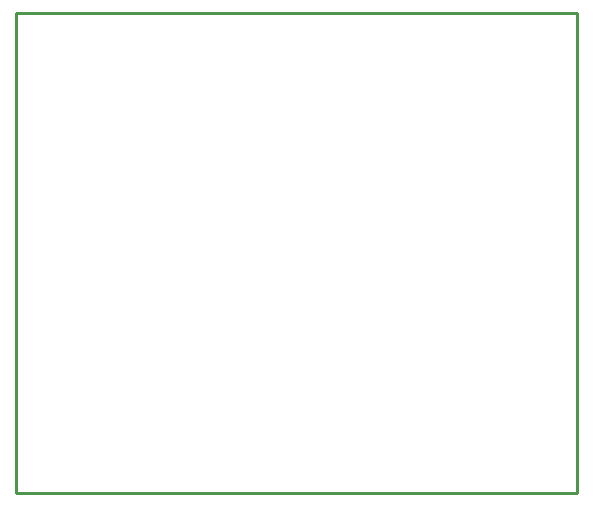
<source format=gko>
G04 Layer_Color=16711935*
%FSLAX44Y44*%
%MOMM*%
G71*
G01*
G75*
%ADD26C,0.2540*%
D26*
X600000Y539750D02*
X1075690D01*
Y946150D01*
X600000D02*
X1075690D01*
X600000Y539750D02*
Y946150D01*
M02*

</source>
